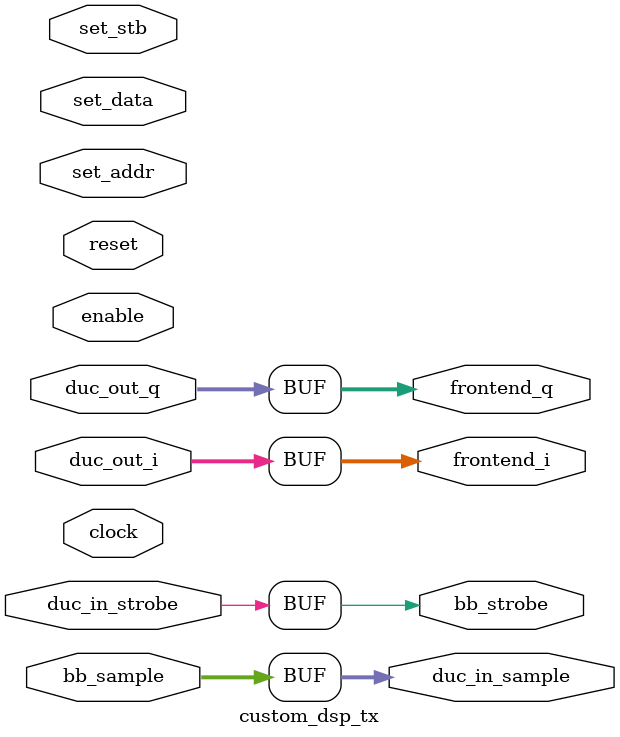
<source format=v>


//The following module effects the IO of the DUC chain.
//By default, this entire module is a simple pass-through.

//To implement DSP logic before the DUC:
//Implement custom DSP between baseband and duc input.

//To implement DSP logic after the DUC:
//Implement custom DSP between duc output and frontend.

//To bypass the DUC with custom logic:
//Implement custom DSP between baseband and frontend.

module custom_dsp_tx
#(
    //frontend bus width
    parameter WIDTH = 24
)
(
    //control signals
    input clock, input reset, input enable,

    //user settings bus, controlled through user setting regs API
    input set_stb, input [7:0] set_addr, input [31:0] set_data,

    //full rate outputs directly to the TX frontend
    output [WIDTH-1:0] frontend_i,
    output [WIDTH-1:0] frontend_q,

    //full rate outputs directly from the DUC chain
    input [WIDTH-1:0] duc_out_i,
    input [WIDTH-1:0] duc_out_q,

    //strobed samples {I16,Q16} to the TX DUC chain
    output [31:0] duc_in_sample,
    input duc_in_strobe, //this is a backpressure signal

    //strobbed baseband samples {I16,Q16} to this module
    input [31:0] bb_sample,
    output bb_strobe //this is a backpressure signal
);

    assign frontend_i = duc_out_i;
    assign frontend_q = duc_out_q;
    assign duc_in_sample = bb_sample;
    assign bb_strobe = duc_in_strobe;

endmodule //custom_dsp_tx

</source>
